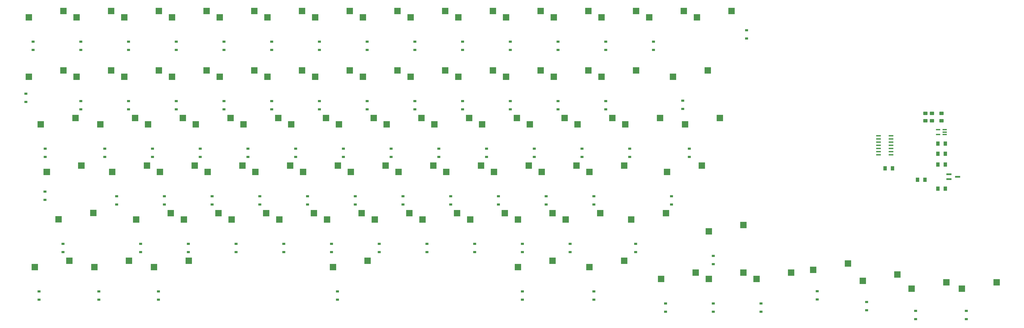
<source format=gbr>
%TF.GenerationSoftware,KiCad,Pcbnew,(6.0.10)*%
%TF.CreationDate,2023-01-22T17:55:42-08:00*%
%TF.ProjectId,OOTstag rev2,4f4f5473-7461-4672-9072-6576322e6b69,rev?*%
%TF.SameCoordinates,Original*%
%TF.FileFunction,Paste,Bot*%
%TF.FilePolarity,Positive*%
%FSLAX46Y46*%
G04 Gerber Fmt 4.6, Leading zero omitted, Abs format (unit mm)*
G04 Created by KiCad (PCBNEW (6.0.10)) date 2023-01-22 17:55:42*
%MOMM*%
%LPD*%
G01*
G04 APERTURE LIST*
G04 Aperture macros list*
%AMRoundRect*
0 Rectangle with rounded corners*
0 $1 Rounding radius*
0 $2 $3 $4 $5 $6 $7 $8 $9 X,Y pos of 4 corners*
0 Add a 4 corners polygon primitive as box body*
4,1,4,$2,$3,$4,$5,$6,$7,$8,$9,$2,$3,0*
0 Add four circle primitives for the rounded corners*
1,1,$1+$1,$2,$3*
1,1,$1+$1,$4,$5*
1,1,$1+$1,$6,$7*
1,1,$1+$1,$8,$9*
0 Add four rect primitives between the rounded corners*
20,1,$1+$1,$2,$3,$4,$5,0*
20,1,$1+$1,$4,$5,$6,$7,0*
20,1,$1+$1,$6,$7,$8,$9,0*
20,1,$1+$1,$8,$9,$2,$3,0*%
G04 Aperture macros list end*
%ADD10R,2.550000X2.500000*%
%ADD11R,1.200000X0.900000*%
%ADD12RoundRect,0.250001X-0.462499X-0.624999X0.462499X-0.624999X0.462499X0.624999X-0.462499X0.624999X0*%
%ADD13RoundRect,0.250001X0.462499X0.624999X-0.462499X0.624999X-0.462499X-0.624999X0.462499X-0.624999X0*%
%ADD14R,2.000000X0.650000*%
%ADD15RoundRect,0.250001X0.624999X-0.462499X0.624999X0.462499X-0.624999X0.462499X-0.624999X-0.462499X0*%
%ADD16R,1.970000X0.600000*%
%ADD17RoundRect,0.250001X-0.624999X0.462499X-0.624999X-0.462499X0.624999X-0.462499X0.624999X0.462499X0*%
%ADD18R,1.800000X0.600000*%
G04 APERTURE END LIST*
D10*
%TO.C,K76*%
X213233750Y-252392500D03*
X199383750Y-254932500D03*
%TD*%
%TO.C,K40*%
X272765000Y-195242500D03*
X258915000Y-197782500D03*
%TD*%
%TO.C,K62*%
X153702500Y-233342500D03*
X139852500Y-235882500D03*
%TD*%
%TO.C,K4*%
X167990000Y-152380000D03*
X154140000Y-154920000D03*
%TD*%
%TO.C,K76*%
X98990300Y-214288200D03*
X85140300Y-216828200D03*
%TD*%
%TO.C,K46*%
X98933750Y-214292500D03*
X85083750Y-216832500D03*
%TD*%
%TO.C,K76*%
X96590300Y-195288200D03*
X82740300Y-197828200D03*
%TD*%
%TO.C,K8*%
X244190000Y-152380000D03*
X230340000Y-154920000D03*
%TD*%
%TO.C,K51*%
X201327500Y-214292500D03*
X187477500Y-216832500D03*
%TD*%
%TO.C,K14*%
X358490000Y-152380000D03*
X344640000Y-154920000D03*
%TD*%
%TO.C,K3*%
X148940000Y-152380000D03*
X135090000Y-154920000D03*
%TD*%
%TO.C,K12*%
X320390000Y-152380000D03*
X306540000Y-154920000D03*
%TD*%
%TO.C,K42*%
X310865000Y-195242500D03*
X297015000Y-197782500D03*
%TD*%
%TO.C,K78*%
X315627500Y-252392500D03*
X301777500Y-254932500D03*
%TD*%
%TO.C,K55*%
X277527500Y-214292500D03*
X263677500Y-216832500D03*
%TD*%
%TO.C,K5*%
X187040000Y-152380000D03*
X173190000Y-154920000D03*
%TD*%
%TO.C,K61*%
X134652500Y-233342500D03*
X120802500Y-235882500D03*
%TD*%
%TO.C,K72*%
X363252500Y-238105000D03*
X349402500Y-240645000D03*
%TD*%
%TO.C,K64*%
X191802500Y-233342500D03*
X177952500Y-235882500D03*
%TD*%
%TO.C,MX_NUM6*%
X444220000Y-261060000D03*
X430370000Y-263600000D03*
%TD*%
%TO.C,K79*%
X344202500Y-257155000D03*
X330352500Y-259695000D03*
%TD*%
%TO.C,K54*%
X258477500Y-214292500D03*
X244627500Y-216832500D03*
%TD*%
%TO.C,K65*%
X210852500Y-233342500D03*
X197002500Y-235882500D03*
%TD*%
%TO.C,K18*%
X129890000Y-176192500D03*
X116040000Y-178732500D03*
%TD*%
%TO.C,K7*%
X225140000Y-152380000D03*
X211290000Y-154920000D03*
%TD*%
%TO.C,K68*%
X268002500Y-233342500D03*
X254152500Y-235882500D03*
%TD*%
%TO.C,K49*%
X163227500Y-214292500D03*
X149377500Y-216832500D03*
%TD*%
%TO.C,K34*%
X158465000Y-195242500D03*
X144615000Y-197782500D03*
%TD*%
%TO.C,K17*%
X110840000Y-176192500D03*
X96990000Y-178732500D03*
%TD*%
%TO.C,K24*%
X244190000Y-176192500D03*
X230340000Y-178732500D03*
%TD*%
%TO.C,K36*%
X196565000Y-195242500D03*
X182715000Y-197782500D03*
%TD*%
%TO.C,K21*%
X187040000Y-176192500D03*
X173190000Y-178732500D03*
%TD*%
%TO.C,MX_NUM4*%
X404924600Y-253520000D03*
X391074600Y-256060000D03*
%TD*%
%TO.C,K28*%
X320390000Y-176192500D03*
X306540000Y-178732500D03*
%TD*%
%TO.C,K38*%
X234665000Y-195242500D03*
X220815000Y-197782500D03*
%TD*%
%TO.C,K33*%
X139415000Y-195242500D03*
X125565000Y-197782500D03*
%TD*%
%TO.C,K37*%
X215615000Y-195242500D03*
X201765000Y-197782500D03*
%TD*%
%TO.C,K63*%
X172752500Y-233342500D03*
X158902500Y-235882500D03*
%TD*%
%TO.C,K76*%
X348990300Y-176188200D03*
X335140300Y-178728200D03*
%TD*%
%TO.C,K76*%
X346590300Y-214288200D03*
X332740300Y-216828200D03*
%TD*%
%TO.C,K75*%
X141796250Y-252392500D03*
X127946250Y-254932500D03*
%TD*%
%TO.C,K1*%
X110840000Y-152380000D03*
X96990000Y-154920000D03*
%TD*%
%TO.C,K0*%
X91790000Y-152380000D03*
X77940000Y-154920000D03*
%TD*%
%TO.C,K25*%
X263240000Y-176192500D03*
X249390000Y-178732500D03*
%TD*%
%TO.C,K69*%
X287052500Y-233342500D03*
X273202500Y-235882500D03*
%TD*%
%TO.C,K19*%
X148940000Y-176192500D03*
X135090000Y-178732500D03*
%TD*%
%TO.C,K57*%
X315627500Y-214292500D03*
X301777500Y-216832500D03*
%TD*%
%TO.C,K13*%
X339440000Y-152380000D03*
X325590000Y-154920000D03*
%TD*%
%TO.C,K56*%
X296577500Y-214292500D03*
X282727500Y-216832500D03*
%TD*%
%TO.C,K77*%
X287052500Y-252392500D03*
X273202500Y-254932500D03*
%TD*%
%TO.C,K70*%
X306102500Y-233342500D03*
X292252500Y-235882500D03*
%TD*%
%TO.C,K39*%
X253715000Y-195242500D03*
X239865000Y-197782500D03*
%TD*%
%TO.C,K6*%
X206090000Y-152380000D03*
X192240000Y-154920000D03*
%TD*%
%TO.C,K67*%
X248952500Y-233342500D03*
X235102500Y-235882500D03*
%TD*%
%TO.C,K22*%
X206090000Y-176192500D03*
X192240000Y-178732500D03*
%TD*%
%TO.C,K76*%
X103690300Y-233288200D03*
X89840300Y-235828200D03*
%TD*%
%TO.C,K27*%
X301340000Y-176192500D03*
X287490000Y-178732500D03*
%TD*%
%TO.C,K66*%
X229902500Y-233342500D03*
X216052500Y-235882500D03*
%TD*%
%TO.C,K71*%
X332296250Y-233342500D03*
X318446250Y-235882500D03*
%TD*%
%TO.C,K76*%
X353790300Y-195288200D03*
X339940300Y-197828200D03*
%TD*%
%TO.C,K35*%
X177515000Y-195242500D03*
X163665000Y-197782500D03*
%TD*%
%TO.C,K48*%
X144177500Y-214292500D03*
X130327500Y-216832500D03*
%TD*%
%TO.C,K74*%
X117983750Y-252392500D03*
X104133750Y-254932500D03*
%TD*%
%TO.C,K43*%
X329915000Y-195242500D03*
X316065000Y-197782500D03*
%TD*%
%TO.C,K23*%
X225140000Y-176192500D03*
X211290000Y-178732500D03*
%TD*%
%TO.C,K9*%
X263240000Y-152380000D03*
X249390000Y-154920000D03*
%TD*%
%TO.C,K16*%
X91790000Y-176192500D03*
X77940000Y-178732500D03*
%TD*%
%TO.C,MX_NUM7*%
X464284600Y-261060000D03*
X450434600Y-263600000D03*
%TD*%
%TO.C,K50*%
X182277500Y-214292500D03*
X168427500Y-216832500D03*
%TD*%
%TO.C,K10*%
X282290000Y-152380000D03*
X268440000Y-154920000D03*
%TD*%
%TO.C,K41*%
X291815000Y-195242500D03*
X277965000Y-197782500D03*
%TD*%
%TO.C,K52*%
X220377500Y-214292500D03*
X206527500Y-216832500D03*
%TD*%
%TO.C,K20*%
X167990000Y-176192500D03*
X154140000Y-178732500D03*
%TD*%
%TO.C,K11*%
X301340000Y-152380000D03*
X287490000Y-154920000D03*
%TD*%
%TO.C,K73*%
X94171250Y-252392500D03*
X80321250Y-254932500D03*
%TD*%
%TO.C,K26*%
X282290000Y-176192500D03*
X268440000Y-178732500D03*
%TD*%
%TO.C,K81*%
X382302500Y-257155000D03*
X368452500Y-259695000D03*
%TD*%
%TO.C,MX_NUM5*%
X424720000Y-257914600D03*
X410870000Y-260454600D03*
%TD*%
%TO.C,K32*%
X120365000Y-195242500D03*
X106515000Y-197782500D03*
%TD*%
%TO.C,K2*%
X129890000Y-152380000D03*
X116040000Y-154920000D03*
%TD*%
%TO.C,K47*%
X125127500Y-214292500D03*
X111277500Y-216832500D03*
%TD*%
%TO.C,K80*%
X363252500Y-257155000D03*
X349402500Y-259695000D03*
%TD*%
%TO.C,K53*%
X239427500Y-214292500D03*
X225577500Y-216832500D03*
%TD*%
D11*
%TO.C,D5*%
X174950000Y-168000000D03*
X174950000Y-164700000D03*
%TD*%
%TO.C,D50*%
X170187500Y-229912500D03*
X170187500Y-226612500D03*
%TD*%
%TO.C,D54*%
X246387500Y-229912500D03*
X246387500Y-226612500D03*
%TD*%
%TO.C,D52*%
X208287500Y-229912500D03*
X208287500Y-226612500D03*
%TD*%
%TO.C,D31*%
X84462500Y-210862500D03*
X84462500Y-207562500D03*
%TD*%
%TO.C,D18*%
X117800000Y-191812500D03*
X117800000Y-188512500D03*
%TD*%
%TO.C,D0*%
X79700000Y-168000000D03*
X79700000Y-164700000D03*
%TD*%
%TO.C,D32*%
X108275000Y-210862500D03*
X108275000Y-207562500D03*
%TD*%
%TO.C,D29*%
X339000000Y-191650000D03*
X339000000Y-188350000D03*
%TD*%
%TO.C,D86*%
X412442900Y-272244600D03*
X412442900Y-268944600D03*
%TD*%
D12*
%TO.C,R1*%
X440856500Y-209596000D03*
X443831500Y-209596000D03*
%TD*%
D11*
%TO.C,D27*%
X289250000Y-191812500D03*
X289250000Y-188512500D03*
%TD*%
%TO.C,D2*%
X117800000Y-168000000D03*
X117800000Y-164700000D03*
%TD*%
%TO.C,D6*%
X194000000Y-168000000D03*
X194000000Y-164700000D03*
%TD*%
%TO.C,D49*%
X151137500Y-229912500D03*
X151137500Y-226612500D03*
%TD*%
%TO.C,D61*%
X122562500Y-248962500D03*
X122562500Y-245662500D03*
%TD*%
%TO.C,D71*%
X320206250Y-248962500D03*
X320206250Y-245662500D03*
%TD*%
%TO.C,D64*%
X179712500Y-248962500D03*
X179712500Y-245662500D03*
%TD*%
%TO.C,D67*%
X236862500Y-248962500D03*
X236862500Y-245662500D03*
%TD*%
%TO.C,D19*%
X136850000Y-191812500D03*
X136850000Y-188512500D03*
%TD*%
%TO.C,D17*%
X98750000Y-191812500D03*
X98750000Y-188512500D03*
%TD*%
%TO.C,D40*%
X260675000Y-210862500D03*
X260675000Y-207562500D03*
%TD*%
%TO.C,D28*%
X308300000Y-191812500D03*
X308300000Y-188512500D03*
%TD*%
%TO.C,D80*%
X351162500Y-272775000D03*
X351162500Y-269475000D03*
%TD*%
D12*
%TO.C,R4*%
X432746500Y-219952000D03*
X435721500Y-219952000D03*
%TD*%
D13*
%TO.C,C2*%
X443831500Y-213914000D03*
X440856500Y-213914000D03*
%TD*%
D11*
%TO.C,D41*%
X279725000Y-210862500D03*
X279725000Y-207562500D03*
%TD*%
%TO.C,D60*%
X91606250Y-248962500D03*
X91606250Y-245662500D03*
%TD*%
%TO.C,D51*%
X189237500Y-229912500D03*
X189237500Y-226612500D03*
%TD*%
%TO.C,D36*%
X184475000Y-210862500D03*
X184475000Y-207562500D03*
%TD*%
%TO.C,D76*%
X201143750Y-268012500D03*
X201143750Y-264712500D03*
%TD*%
D13*
%TO.C,C4*%
X443831500Y-205532000D03*
X440856500Y-205532000D03*
%TD*%
D11*
%TO.C,D53*%
X227337500Y-229912500D03*
X227337500Y-226612500D03*
%TD*%
%TO.C,D57*%
X303537500Y-229912500D03*
X303537500Y-226612500D03*
%TD*%
%TO.C,D86*%
X431935400Y-275750000D03*
X431935400Y-272450000D03*
%TD*%
%TO.C,D62*%
X141612500Y-248962500D03*
X141612500Y-245662500D03*
%TD*%
%TO.C,D35*%
X165425000Y-210862500D03*
X165425000Y-207562500D03*
%TD*%
%TO.C,D20*%
X155900000Y-191812500D03*
X155900000Y-188512500D03*
%TD*%
%TO.C,D8*%
X232100000Y-168000000D03*
X232100000Y-164700000D03*
%TD*%
%TO.C,D81*%
X370212500Y-272775000D03*
X370212500Y-269475000D03*
%TD*%
%TO.C,D86*%
X392697500Y-267906250D03*
X392697500Y-264606250D03*
%TD*%
%TO.C,D72*%
X351162500Y-253725000D03*
X351162500Y-250425000D03*
%TD*%
%TO.C,D13*%
X327350000Y-168000000D03*
X327350000Y-164700000D03*
%TD*%
%TO.C,D4*%
X155900000Y-168000000D03*
X155900000Y-164700000D03*
%TD*%
%TO.C,D56*%
X284487500Y-229912500D03*
X284487500Y-226612500D03*
%TD*%
%TO.C,D38*%
X222575000Y-210862500D03*
X222575000Y-207562500D03*
%TD*%
%TO.C,D26*%
X270200000Y-191812500D03*
X270200000Y-188512500D03*
%TD*%
%TO.C,D22*%
X194000000Y-191812500D03*
X194000000Y-188512500D03*
%TD*%
D14*
%TO.C,U1*%
X445274000Y-219702000D03*
X445274000Y-217802000D03*
X448694000Y-218752000D03*
%TD*%
D11*
%TO.C,D70*%
X294012500Y-248962500D03*
X294012500Y-245662500D03*
%TD*%
%TO.C,D48*%
X132087500Y-229912500D03*
X132087500Y-226612500D03*
%TD*%
%TO.C,D58*%
X334493750Y-229912500D03*
X334493750Y-226612500D03*
%TD*%
%TO.C,D75*%
X129706250Y-268012500D03*
X129706250Y-264712500D03*
%TD*%
%TO.C,D66*%
X217812500Y-248962500D03*
X217812500Y-245662500D03*
%TD*%
%TO.C,D25*%
X251150000Y-191812500D03*
X251150000Y-188512500D03*
%TD*%
%TO.C,D3*%
X136850000Y-168000000D03*
X136850000Y-164700000D03*
%TD*%
%TO.C,D9*%
X251150000Y-168000000D03*
X251150000Y-164700000D03*
%TD*%
D15*
%TO.C,C5*%
X442284000Y-196389500D03*
X442284000Y-193414500D03*
%TD*%
D13*
%TO.C,C3*%
X422749500Y-215438000D03*
X419774500Y-215438000D03*
%TD*%
D16*
%TO.C,U4*%
X422109000Y-202342000D03*
X422109000Y-203612000D03*
X422109000Y-204882000D03*
X422109000Y-206152000D03*
X422109000Y-207422000D03*
X422109000Y-208692000D03*
X422109000Y-209962000D03*
X417159000Y-209962000D03*
X417159000Y-208692000D03*
X417159000Y-207422000D03*
X417159000Y-206152000D03*
X417159000Y-204882000D03*
X417159000Y-203612000D03*
X417159000Y-202342000D03*
%TD*%
D11*
%TO.C,D65*%
X198762500Y-248962500D03*
X198762500Y-245662500D03*
%TD*%
%TO.C,D10*%
X270200000Y-168000000D03*
X270200000Y-164700000D03*
%TD*%
%TO.C,D73*%
X82081250Y-268012500D03*
X82081250Y-264712500D03*
%TD*%
%TO.C,D37*%
X203525000Y-210862500D03*
X203525000Y-207562500D03*
%TD*%
%TO.C,D46*%
X84400000Y-228050000D03*
X84400000Y-224750000D03*
%TD*%
%TO.C,D24*%
X232100000Y-191812500D03*
X232100000Y-188512500D03*
%TD*%
%TO.C,D69*%
X274962500Y-248962500D03*
X274962500Y-245662500D03*
%TD*%
%TO.C,D78*%
X303537500Y-268012500D03*
X303537500Y-264712500D03*
%TD*%
%TO.C,D11*%
X289250000Y-168000000D03*
X289250000Y-164700000D03*
%TD*%
D17*
%TO.C,R3*%
X438484000Y-193364500D03*
X438484000Y-196339500D03*
%TD*%
D13*
%TO.C,C1*%
X443831500Y-223566000D03*
X440856500Y-223566000D03*
%TD*%
D11*
%TO.C,D33*%
X127325000Y-210862500D03*
X127325000Y-207562500D03*
%TD*%
%TO.C,D39*%
X241625000Y-210862500D03*
X241625000Y-207562500D03*
%TD*%
%TO.C,D21*%
X174950000Y-191812500D03*
X174950000Y-188512500D03*
%TD*%
%TO.C,D12*%
X308300000Y-168000000D03*
X308300000Y-164700000D03*
%TD*%
%TO.C,D23*%
X213050000Y-191812500D03*
X213050000Y-188512500D03*
%TD*%
%TO.C,D55*%
X265437500Y-229912500D03*
X265437500Y-226612500D03*
%TD*%
%TO.C,D77*%
X274962500Y-268012500D03*
X274962500Y-264712500D03*
%TD*%
D18*
%TO.C,IC1*%
X443584000Y-199952000D03*
X443584000Y-200902000D03*
X443584000Y-201852000D03*
X440984000Y-201852000D03*
X440984000Y-199952000D03*
%TD*%
D11*
%TO.C,D63*%
X160662500Y-248962500D03*
X160662500Y-245662500D03*
%TD*%
%TO.C,D34*%
X146375000Y-210862500D03*
X146375000Y-207562500D03*
%TD*%
%TO.C,D7*%
X213050000Y-168000000D03*
X213050000Y-164700000D03*
%TD*%
%TO.C,D47*%
X113037500Y-229912500D03*
X113037500Y-226612500D03*
%TD*%
%TO.C,D74*%
X105893750Y-268012500D03*
X105893750Y-264712500D03*
%TD*%
%TO.C,D79*%
X332112500Y-272775000D03*
X332112500Y-269475000D03*
%TD*%
%TO.C,D14*%
X364500000Y-163400000D03*
X364500000Y-160100000D03*
%TD*%
%TO.C,D43*%
X317825000Y-210862500D03*
X317825000Y-207562500D03*
%TD*%
%TO.C,D16*%
X76800000Y-188850000D03*
X76800000Y-185550000D03*
%TD*%
%TO.C,D42*%
X298775000Y-210862500D03*
X298775000Y-207562500D03*
%TD*%
%TO.C,D44*%
X341637500Y-210862500D03*
X341637500Y-207562500D03*
%TD*%
D15*
%TO.C,R2*%
X435834000Y-196339500D03*
X435834000Y-193364500D03*
%TD*%
D11*
%TO.C,D68*%
X255912500Y-248962500D03*
X255912500Y-245662500D03*
%TD*%
%TO.C,D86*%
X452200000Y-275750000D03*
X452200000Y-272450000D03*
%TD*%
%TO.C,D1*%
X98750000Y-168000000D03*
X98750000Y-164700000D03*
%TD*%
M02*

</source>
